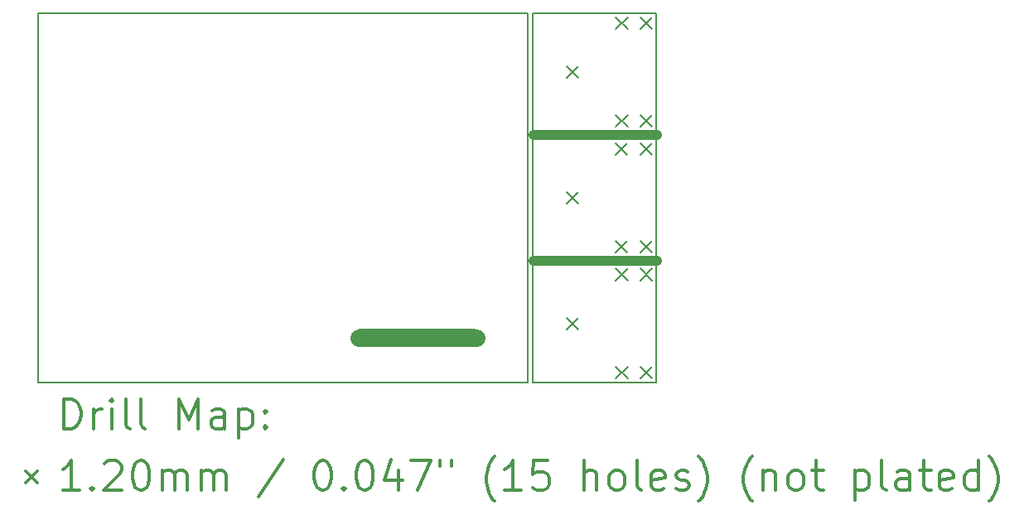
<source format=gbr>
%FSLAX45Y45*%
G04 Gerber Fmt 4.5, Leading zero omitted, Abs format (unit mm)*
G04 Created by KiCad (PCBNEW 4.0.6) date 08/24/17 17:14:58*
%MOMM*%
%LPD*%
G01*
G04 APERTURE LIST*
%ADD10C,0.127000*%
%ADD11C,1.800000*%
%ADD12C,1.000000*%
%ADD13C,0.150000*%
%ADD14C,0.200000*%
%ADD15C,0.300000*%
G04 APERTURE END LIST*
D10*
D11*
X15404000Y-13204000D02*
X16605000Y-13204000D01*
D12*
X18448000Y-12418000D02*
X17187000Y-12418000D01*
X18448000Y-11131000D02*
X17187000Y-11131000D01*
D13*
X17180000Y-11173000D02*
X17180000Y-12374000D01*
X17181000Y-12460000D02*
X17181000Y-13661000D01*
X18440000Y-9887000D02*
X18440000Y-11087000D01*
X17182000Y-9886400D02*
X18439800Y-9886400D01*
X17182000Y-11087200D02*
X18439800Y-11087200D01*
X18439000Y-11173000D02*
X18439000Y-12374000D01*
X17180000Y-11173200D02*
X18438800Y-11173200D01*
X17180000Y-12374200D02*
X18438800Y-12374200D01*
X17182000Y-9886200D02*
X17182000Y-11087200D01*
X17130000Y-9887000D02*
X17130000Y-13661000D01*
X16600000Y-13283000D02*
X15399000Y-13283000D01*
X15399000Y-13123000D02*
X16600000Y-13123000D01*
X16600000Y-13123000D02*
X16600000Y-13283000D01*
X15399000Y-13123000D02*
X15399000Y-13283000D01*
X18439800Y-12460000D02*
X17180800Y-12460000D01*
X18439800Y-13642000D02*
X18439800Y-12460000D01*
X18439800Y-13661000D02*
X18439800Y-13642000D01*
X17180800Y-13661000D02*
X18439800Y-13661000D01*
X12128000Y-13661000D02*
X12128000Y-9886000D01*
X17130000Y-13661000D02*
X12130000Y-13661000D01*
X12129000Y-9886000D02*
X17129000Y-9886000D01*
D14*
X17529000Y-11714000D02*
X17649000Y-11834000D01*
X17649000Y-11714000D02*
X17529000Y-11834000D01*
X17530000Y-10427000D02*
X17650000Y-10547000D01*
X17650000Y-10427000D02*
X17530000Y-10547000D01*
X17530000Y-13000000D02*
X17650000Y-13120000D01*
X17650000Y-13000000D02*
X17530000Y-13120000D01*
X18029000Y-11214000D02*
X18149000Y-11334000D01*
X18149000Y-11214000D02*
X18029000Y-11334000D01*
X18029000Y-12214000D02*
X18149000Y-12334000D01*
X18149000Y-12214000D02*
X18029000Y-12334000D01*
X18030000Y-9927000D02*
X18150000Y-10047000D01*
X18150000Y-9927000D02*
X18030000Y-10047000D01*
X18030000Y-10927000D02*
X18150000Y-11047000D01*
X18150000Y-10927000D02*
X18030000Y-11047000D01*
X18030000Y-12500000D02*
X18150000Y-12620000D01*
X18150000Y-12500000D02*
X18030000Y-12620000D01*
X18030000Y-13500000D02*
X18150000Y-13620000D01*
X18150000Y-13500000D02*
X18030000Y-13620000D01*
X18279000Y-11214000D02*
X18399000Y-11334000D01*
X18399000Y-11214000D02*
X18279000Y-11334000D01*
X18279000Y-12214000D02*
X18399000Y-12334000D01*
X18399000Y-12214000D02*
X18279000Y-12334000D01*
X18280000Y-9927000D02*
X18400000Y-10047000D01*
X18400000Y-9927000D02*
X18280000Y-10047000D01*
X18280000Y-10927000D02*
X18400000Y-11047000D01*
X18400000Y-10927000D02*
X18280000Y-11047000D01*
X18280000Y-12500000D02*
X18400000Y-12620000D01*
X18400000Y-12500000D02*
X18280000Y-12620000D01*
X18280000Y-13500000D02*
X18400000Y-13620000D01*
X18400000Y-13500000D02*
X18280000Y-13620000D01*
D15*
X12391928Y-14134214D02*
X12391928Y-13834214D01*
X12463357Y-13834214D01*
X12506214Y-13848500D01*
X12534786Y-13877071D01*
X12549071Y-13905643D01*
X12563357Y-13962786D01*
X12563357Y-14005643D01*
X12549071Y-14062786D01*
X12534786Y-14091357D01*
X12506214Y-14119929D01*
X12463357Y-14134214D01*
X12391928Y-14134214D01*
X12691928Y-14134214D02*
X12691928Y-13934214D01*
X12691928Y-13991357D02*
X12706214Y-13962786D01*
X12720500Y-13948500D01*
X12749071Y-13934214D01*
X12777643Y-13934214D01*
X12877643Y-14134214D02*
X12877643Y-13934214D01*
X12877643Y-13834214D02*
X12863357Y-13848500D01*
X12877643Y-13862786D01*
X12891928Y-13848500D01*
X12877643Y-13834214D01*
X12877643Y-13862786D01*
X13063357Y-14134214D02*
X13034786Y-14119929D01*
X13020500Y-14091357D01*
X13020500Y-13834214D01*
X13220500Y-14134214D02*
X13191928Y-14119929D01*
X13177643Y-14091357D01*
X13177643Y-13834214D01*
X13563357Y-14134214D02*
X13563357Y-13834214D01*
X13663357Y-14048500D01*
X13763357Y-13834214D01*
X13763357Y-14134214D01*
X14034786Y-14134214D02*
X14034786Y-13977071D01*
X14020500Y-13948500D01*
X13991928Y-13934214D01*
X13934786Y-13934214D01*
X13906214Y-13948500D01*
X14034786Y-14119929D02*
X14006214Y-14134214D01*
X13934786Y-14134214D01*
X13906214Y-14119929D01*
X13891928Y-14091357D01*
X13891928Y-14062786D01*
X13906214Y-14034214D01*
X13934786Y-14019929D01*
X14006214Y-14019929D01*
X14034786Y-14005643D01*
X14177643Y-13934214D02*
X14177643Y-14234214D01*
X14177643Y-13948500D02*
X14206214Y-13934214D01*
X14263357Y-13934214D01*
X14291928Y-13948500D01*
X14306214Y-13962786D01*
X14320500Y-13991357D01*
X14320500Y-14077071D01*
X14306214Y-14105643D01*
X14291928Y-14119929D01*
X14263357Y-14134214D01*
X14206214Y-14134214D01*
X14177643Y-14119929D01*
X14449071Y-14105643D02*
X14463357Y-14119929D01*
X14449071Y-14134214D01*
X14434786Y-14119929D01*
X14449071Y-14105643D01*
X14449071Y-14134214D01*
X14449071Y-13948500D02*
X14463357Y-13962786D01*
X14449071Y-13977071D01*
X14434786Y-13962786D01*
X14449071Y-13948500D01*
X14449071Y-13977071D01*
X12000500Y-14568500D02*
X12120500Y-14688500D01*
X12120500Y-14568500D02*
X12000500Y-14688500D01*
X12549071Y-14764214D02*
X12377643Y-14764214D01*
X12463357Y-14764214D02*
X12463357Y-14464214D01*
X12434786Y-14507071D01*
X12406214Y-14535643D01*
X12377643Y-14549929D01*
X12677643Y-14735643D02*
X12691928Y-14749929D01*
X12677643Y-14764214D01*
X12663357Y-14749929D01*
X12677643Y-14735643D01*
X12677643Y-14764214D01*
X12806214Y-14492786D02*
X12820500Y-14478500D01*
X12849071Y-14464214D01*
X12920500Y-14464214D01*
X12949071Y-14478500D01*
X12963357Y-14492786D01*
X12977643Y-14521357D01*
X12977643Y-14549929D01*
X12963357Y-14592786D01*
X12791928Y-14764214D01*
X12977643Y-14764214D01*
X13163357Y-14464214D02*
X13191928Y-14464214D01*
X13220500Y-14478500D01*
X13234786Y-14492786D01*
X13249071Y-14521357D01*
X13263357Y-14578500D01*
X13263357Y-14649929D01*
X13249071Y-14707071D01*
X13234786Y-14735643D01*
X13220500Y-14749929D01*
X13191928Y-14764214D01*
X13163357Y-14764214D01*
X13134786Y-14749929D01*
X13120500Y-14735643D01*
X13106214Y-14707071D01*
X13091928Y-14649929D01*
X13091928Y-14578500D01*
X13106214Y-14521357D01*
X13120500Y-14492786D01*
X13134786Y-14478500D01*
X13163357Y-14464214D01*
X13391928Y-14764214D02*
X13391928Y-14564214D01*
X13391928Y-14592786D02*
X13406214Y-14578500D01*
X13434786Y-14564214D01*
X13477643Y-14564214D01*
X13506214Y-14578500D01*
X13520500Y-14607071D01*
X13520500Y-14764214D01*
X13520500Y-14607071D02*
X13534786Y-14578500D01*
X13563357Y-14564214D01*
X13606214Y-14564214D01*
X13634786Y-14578500D01*
X13649071Y-14607071D01*
X13649071Y-14764214D01*
X13791928Y-14764214D02*
X13791928Y-14564214D01*
X13791928Y-14592786D02*
X13806214Y-14578500D01*
X13834786Y-14564214D01*
X13877643Y-14564214D01*
X13906214Y-14578500D01*
X13920500Y-14607071D01*
X13920500Y-14764214D01*
X13920500Y-14607071D02*
X13934786Y-14578500D01*
X13963357Y-14564214D01*
X14006214Y-14564214D01*
X14034786Y-14578500D01*
X14049071Y-14607071D01*
X14049071Y-14764214D01*
X14634786Y-14449929D02*
X14377643Y-14835643D01*
X15020500Y-14464214D02*
X15049071Y-14464214D01*
X15077643Y-14478500D01*
X15091928Y-14492786D01*
X15106214Y-14521357D01*
X15120500Y-14578500D01*
X15120500Y-14649929D01*
X15106214Y-14707071D01*
X15091928Y-14735643D01*
X15077643Y-14749929D01*
X15049071Y-14764214D01*
X15020500Y-14764214D01*
X14991928Y-14749929D01*
X14977643Y-14735643D01*
X14963357Y-14707071D01*
X14949071Y-14649929D01*
X14949071Y-14578500D01*
X14963357Y-14521357D01*
X14977643Y-14492786D01*
X14991928Y-14478500D01*
X15020500Y-14464214D01*
X15249071Y-14735643D02*
X15263357Y-14749929D01*
X15249071Y-14764214D01*
X15234786Y-14749929D01*
X15249071Y-14735643D01*
X15249071Y-14764214D01*
X15449071Y-14464214D02*
X15477643Y-14464214D01*
X15506214Y-14478500D01*
X15520500Y-14492786D01*
X15534785Y-14521357D01*
X15549071Y-14578500D01*
X15549071Y-14649929D01*
X15534785Y-14707071D01*
X15520500Y-14735643D01*
X15506214Y-14749929D01*
X15477643Y-14764214D01*
X15449071Y-14764214D01*
X15420500Y-14749929D01*
X15406214Y-14735643D01*
X15391928Y-14707071D01*
X15377643Y-14649929D01*
X15377643Y-14578500D01*
X15391928Y-14521357D01*
X15406214Y-14492786D01*
X15420500Y-14478500D01*
X15449071Y-14464214D01*
X15806214Y-14564214D02*
X15806214Y-14764214D01*
X15734785Y-14449929D02*
X15663357Y-14664214D01*
X15849071Y-14664214D01*
X15934785Y-14464214D02*
X16134785Y-14464214D01*
X16006214Y-14764214D01*
X16234786Y-14464214D02*
X16234786Y-14521357D01*
X16349071Y-14464214D02*
X16349071Y-14521357D01*
X16791928Y-14878500D02*
X16777643Y-14864214D01*
X16749071Y-14821357D01*
X16734785Y-14792786D01*
X16720500Y-14749929D01*
X16706214Y-14678500D01*
X16706214Y-14621357D01*
X16720500Y-14549929D01*
X16734785Y-14507071D01*
X16749071Y-14478500D01*
X16777643Y-14435643D01*
X16791928Y-14421357D01*
X17063357Y-14764214D02*
X16891928Y-14764214D01*
X16977643Y-14764214D02*
X16977643Y-14464214D01*
X16949071Y-14507071D01*
X16920500Y-14535643D01*
X16891928Y-14549929D01*
X17334786Y-14464214D02*
X17191928Y-14464214D01*
X17177643Y-14607071D01*
X17191928Y-14592786D01*
X17220500Y-14578500D01*
X17291928Y-14578500D01*
X17320500Y-14592786D01*
X17334786Y-14607071D01*
X17349071Y-14635643D01*
X17349071Y-14707071D01*
X17334786Y-14735643D01*
X17320500Y-14749929D01*
X17291928Y-14764214D01*
X17220500Y-14764214D01*
X17191928Y-14749929D01*
X17177643Y-14735643D01*
X17706214Y-14764214D02*
X17706214Y-14464214D01*
X17834786Y-14764214D02*
X17834786Y-14607071D01*
X17820500Y-14578500D01*
X17791928Y-14564214D01*
X17749071Y-14564214D01*
X17720500Y-14578500D01*
X17706214Y-14592786D01*
X18020500Y-14764214D02*
X17991928Y-14749929D01*
X17977643Y-14735643D01*
X17963357Y-14707071D01*
X17963357Y-14621357D01*
X17977643Y-14592786D01*
X17991928Y-14578500D01*
X18020500Y-14564214D01*
X18063357Y-14564214D01*
X18091928Y-14578500D01*
X18106214Y-14592786D01*
X18120500Y-14621357D01*
X18120500Y-14707071D01*
X18106214Y-14735643D01*
X18091928Y-14749929D01*
X18063357Y-14764214D01*
X18020500Y-14764214D01*
X18291928Y-14764214D02*
X18263357Y-14749929D01*
X18249071Y-14721357D01*
X18249071Y-14464214D01*
X18520500Y-14749929D02*
X18491929Y-14764214D01*
X18434786Y-14764214D01*
X18406214Y-14749929D01*
X18391929Y-14721357D01*
X18391929Y-14607071D01*
X18406214Y-14578500D01*
X18434786Y-14564214D01*
X18491929Y-14564214D01*
X18520500Y-14578500D01*
X18534786Y-14607071D01*
X18534786Y-14635643D01*
X18391929Y-14664214D01*
X18649071Y-14749929D02*
X18677643Y-14764214D01*
X18734786Y-14764214D01*
X18763357Y-14749929D01*
X18777643Y-14721357D01*
X18777643Y-14707071D01*
X18763357Y-14678500D01*
X18734786Y-14664214D01*
X18691929Y-14664214D01*
X18663357Y-14649929D01*
X18649071Y-14621357D01*
X18649071Y-14607071D01*
X18663357Y-14578500D01*
X18691929Y-14564214D01*
X18734786Y-14564214D01*
X18763357Y-14578500D01*
X18877643Y-14878500D02*
X18891929Y-14864214D01*
X18920500Y-14821357D01*
X18934786Y-14792786D01*
X18949071Y-14749929D01*
X18963357Y-14678500D01*
X18963357Y-14621357D01*
X18949071Y-14549929D01*
X18934786Y-14507071D01*
X18920500Y-14478500D01*
X18891929Y-14435643D01*
X18877643Y-14421357D01*
X19420500Y-14878500D02*
X19406214Y-14864214D01*
X19377643Y-14821357D01*
X19363357Y-14792786D01*
X19349071Y-14749929D01*
X19334786Y-14678500D01*
X19334786Y-14621357D01*
X19349071Y-14549929D01*
X19363357Y-14507071D01*
X19377643Y-14478500D01*
X19406214Y-14435643D01*
X19420500Y-14421357D01*
X19534786Y-14564214D02*
X19534786Y-14764214D01*
X19534786Y-14592786D02*
X19549071Y-14578500D01*
X19577643Y-14564214D01*
X19620500Y-14564214D01*
X19649071Y-14578500D01*
X19663357Y-14607071D01*
X19663357Y-14764214D01*
X19849071Y-14764214D02*
X19820500Y-14749929D01*
X19806214Y-14735643D01*
X19791929Y-14707071D01*
X19791929Y-14621357D01*
X19806214Y-14592786D01*
X19820500Y-14578500D01*
X19849071Y-14564214D01*
X19891929Y-14564214D01*
X19920500Y-14578500D01*
X19934786Y-14592786D01*
X19949071Y-14621357D01*
X19949071Y-14707071D01*
X19934786Y-14735643D01*
X19920500Y-14749929D01*
X19891929Y-14764214D01*
X19849071Y-14764214D01*
X20034786Y-14564214D02*
X20149071Y-14564214D01*
X20077643Y-14464214D02*
X20077643Y-14721357D01*
X20091929Y-14749929D01*
X20120500Y-14764214D01*
X20149071Y-14764214D01*
X20477643Y-14564214D02*
X20477643Y-14864214D01*
X20477643Y-14578500D02*
X20506214Y-14564214D01*
X20563357Y-14564214D01*
X20591929Y-14578500D01*
X20606214Y-14592786D01*
X20620500Y-14621357D01*
X20620500Y-14707071D01*
X20606214Y-14735643D01*
X20591929Y-14749929D01*
X20563357Y-14764214D01*
X20506214Y-14764214D01*
X20477643Y-14749929D01*
X20791929Y-14764214D02*
X20763357Y-14749929D01*
X20749071Y-14721357D01*
X20749071Y-14464214D01*
X21034786Y-14764214D02*
X21034786Y-14607071D01*
X21020500Y-14578500D01*
X20991929Y-14564214D01*
X20934786Y-14564214D01*
X20906214Y-14578500D01*
X21034786Y-14749929D02*
X21006214Y-14764214D01*
X20934786Y-14764214D01*
X20906214Y-14749929D01*
X20891929Y-14721357D01*
X20891929Y-14692786D01*
X20906214Y-14664214D01*
X20934786Y-14649929D01*
X21006214Y-14649929D01*
X21034786Y-14635643D01*
X21134786Y-14564214D02*
X21249071Y-14564214D01*
X21177643Y-14464214D02*
X21177643Y-14721357D01*
X21191929Y-14749929D01*
X21220500Y-14764214D01*
X21249071Y-14764214D01*
X21463357Y-14749929D02*
X21434786Y-14764214D01*
X21377643Y-14764214D01*
X21349072Y-14749929D01*
X21334786Y-14721357D01*
X21334786Y-14607071D01*
X21349072Y-14578500D01*
X21377643Y-14564214D01*
X21434786Y-14564214D01*
X21463357Y-14578500D01*
X21477643Y-14607071D01*
X21477643Y-14635643D01*
X21334786Y-14664214D01*
X21734786Y-14764214D02*
X21734786Y-14464214D01*
X21734786Y-14749929D02*
X21706214Y-14764214D01*
X21649072Y-14764214D01*
X21620500Y-14749929D01*
X21606214Y-14735643D01*
X21591929Y-14707071D01*
X21591929Y-14621357D01*
X21606214Y-14592786D01*
X21620500Y-14578500D01*
X21649072Y-14564214D01*
X21706214Y-14564214D01*
X21734786Y-14578500D01*
X21849072Y-14878500D02*
X21863357Y-14864214D01*
X21891929Y-14821357D01*
X21906214Y-14792786D01*
X21920500Y-14749929D01*
X21934786Y-14678500D01*
X21934786Y-14621357D01*
X21920500Y-14549929D01*
X21906214Y-14507071D01*
X21891929Y-14478500D01*
X21863357Y-14435643D01*
X21849072Y-14421357D01*
M02*

</source>
